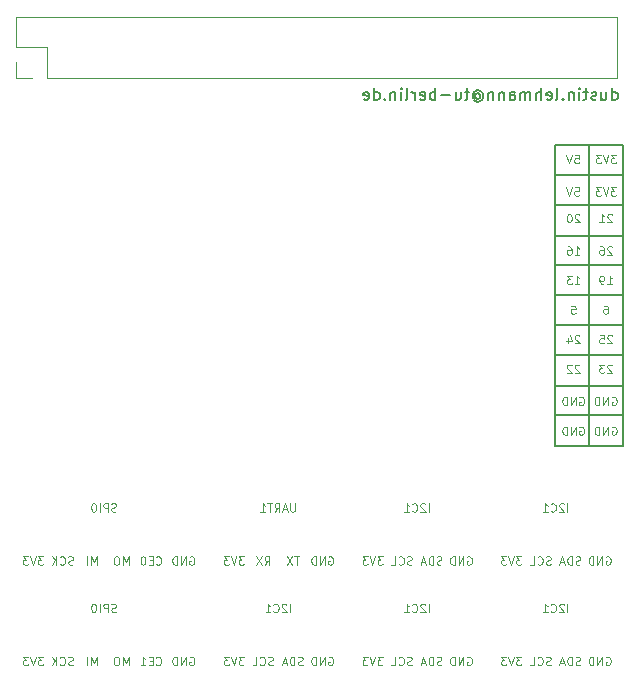
<source format=gbr>
%TF.GenerationSoftware,KiCad,Pcbnew,(6.0.0-rc1-29-g9238b27f63)*%
%TF.CreationDate,2021-12-03T15:56:35+01:00*%
%TF.ProjectId,robolympics_shield,726f626f-6c79-46d7-9069-63735f736869,rev?*%
%TF.SameCoordinates,Original*%
%TF.FileFunction,Legend,Bot*%
%TF.FilePolarity,Positive*%
%FSLAX46Y46*%
G04 Gerber Fmt 4.6, Leading zero omitted, Abs format (unit mm)*
G04 Created by KiCad (PCBNEW (6.0.0-rc1-29-g9238b27f63)) date 2021-12-03 15:56:35*
%MOMM*%
%LPD*%
G01*
G04 APERTURE LIST*
%ADD10C,0.150000*%
%ADD11C,0.100000*%
%ADD12C,0.120000*%
G04 APERTURE END LIST*
D10*
X119500000Y-70000000D02*
X125250000Y-70000000D01*
X119500000Y-77650000D02*
X125200000Y-77650000D01*
X125250000Y-57250000D02*
X119500000Y-57250000D01*
X119500000Y-57250000D02*
X119500000Y-82750000D01*
X119500000Y-82750000D02*
X125250000Y-82750000D01*
X125250000Y-82750000D02*
X125250000Y-57250000D01*
X119500000Y-62350000D02*
X125200000Y-62350000D01*
X119500000Y-72550000D02*
X125200000Y-72550000D01*
X119500000Y-67450000D02*
X125200000Y-67450000D01*
X122375000Y-57250000D02*
X122375000Y-82750000D01*
X119500000Y-64950000D02*
X125200000Y-64950000D01*
X119500000Y-59850000D02*
X125200000Y-59850000D01*
X119500000Y-80150000D02*
X125200000Y-80150000D01*
X119500000Y-75050000D02*
X125200000Y-75050000D01*
D11*
X123616666Y-70866666D02*
X123750000Y-70866666D01*
X123816666Y-70900000D01*
X123850000Y-70933333D01*
X123916666Y-71033333D01*
X123950000Y-71166666D01*
X123950000Y-71433333D01*
X123916666Y-71500000D01*
X123883333Y-71533333D01*
X123816666Y-71566666D01*
X123683333Y-71566666D01*
X123616666Y-71533333D01*
X123583333Y-71500000D01*
X123550000Y-71433333D01*
X123550000Y-71266666D01*
X123583333Y-71200000D01*
X123616666Y-71166666D01*
X123683333Y-71133333D01*
X123816666Y-71133333D01*
X123883333Y-71166666D01*
X123916666Y-71200000D01*
X123950000Y-71266666D01*
X107333333Y-101283333D02*
X107233333Y-101316666D01*
X107066666Y-101316666D01*
X107000000Y-101283333D01*
X106966666Y-101250000D01*
X106933333Y-101183333D01*
X106933333Y-101116666D01*
X106966666Y-101050000D01*
X107000000Y-101016666D01*
X107066666Y-100983333D01*
X107200000Y-100950000D01*
X107266666Y-100916666D01*
X107300000Y-100883333D01*
X107333333Y-100816666D01*
X107333333Y-100750000D01*
X107300000Y-100683333D01*
X107266666Y-100650000D01*
X107200000Y-100616666D01*
X107033333Y-100616666D01*
X106933333Y-100650000D01*
X106233333Y-101250000D02*
X106266666Y-101283333D01*
X106366666Y-101316666D01*
X106433333Y-101316666D01*
X106533333Y-101283333D01*
X106600000Y-101216666D01*
X106633333Y-101150000D01*
X106666666Y-101016666D01*
X106666666Y-100916666D01*
X106633333Y-100783333D01*
X106600000Y-100716666D01*
X106533333Y-100650000D01*
X106433333Y-100616666D01*
X106366666Y-100616666D01*
X106266666Y-100650000D01*
X106233333Y-100683333D01*
X105600000Y-101316666D02*
X105933333Y-101316666D01*
X105933333Y-100616666D01*
X83350000Y-101316666D02*
X83350000Y-100616666D01*
X83116666Y-101116666D01*
X82883333Y-100616666D01*
X82883333Y-101316666D01*
X82416666Y-100616666D02*
X82283333Y-100616666D01*
X82216666Y-100650000D01*
X82150000Y-100716666D01*
X82116666Y-100850000D01*
X82116666Y-101083333D01*
X82150000Y-101216666D01*
X82216666Y-101283333D01*
X82283333Y-101316666D01*
X82416666Y-101316666D01*
X82483333Y-101283333D01*
X82550000Y-101216666D01*
X82583333Y-101083333D01*
X82583333Y-100850000D01*
X82550000Y-100716666D01*
X82483333Y-100650000D01*
X82416666Y-100616666D01*
X94866666Y-92816666D02*
X95100000Y-92483333D01*
X95266666Y-92816666D02*
X95266666Y-92116666D01*
X95000000Y-92116666D01*
X94933333Y-92150000D01*
X94900000Y-92183333D01*
X94866666Y-92250000D01*
X94866666Y-92350000D01*
X94900000Y-92416666D01*
X94933333Y-92450000D01*
X95000000Y-92483333D01*
X95266666Y-92483333D01*
X94633333Y-92116666D02*
X94166666Y-92816666D01*
X94166666Y-92116666D02*
X94633333Y-92816666D01*
X121133333Y-60866666D02*
X121466666Y-60866666D01*
X121500000Y-61200000D01*
X121466666Y-61166666D01*
X121400000Y-61133333D01*
X121233333Y-61133333D01*
X121166666Y-61166666D01*
X121133333Y-61200000D01*
X121100000Y-61266666D01*
X121100000Y-61433333D01*
X121133333Y-61500000D01*
X121166666Y-61533333D01*
X121233333Y-61566666D01*
X121400000Y-61566666D01*
X121466666Y-61533333D01*
X121500000Y-61500000D01*
X120900000Y-60866666D02*
X120666666Y-61566666D01*
X120433333Y-60866666D01*
X124283333Y-78650000D02*
X124350000Y-78616666D01*
X124450000Y-78616666D01*
X124550000Y-78650000D01*
X124616666Y-78716666D01*
X124650000Y-78783333D01*
X124683333Y-78916666D01*
X124683333Y-79016666D01*
X124650000Y-79150000D01*
X124616666Y-79216666D01*
X124550000Y-79283333D01*
X124450000Y-79316666D01*
X124383333Y-79316666D01*
X124283333Y-79283333D01*
X124250000Y-79250000D01*
X124250000Y-79016666D01*
X124383333Y-79016666D01*
X123950000Y-79316666D02*
X123950000Y-78616666D01*
X123550000Y-79316666D01*
X123550000Y-78616666D01*
X123216666Y-79316666D02*
X123216666Y-78616666D01*
X123050000Y-78616666D01*
X122950000Y-78650000D01*
X122883333Y-78716666D01*
X122850000Y-78783333D01*
X122816666Y-78916666D01*
X122816666Y-79016666D01*
X122850000Y-79150000D01*
X122883333Y-79216666D01*
X122950000Y-79283333D01*
X123050000Y-79316666D01*
X123216666Y-79316666D01*
X123783333Y-92150000D02*
X123850000Y-92116666D01*
X123950000Y-92116666D01*
X124050000Y-92150000D01*
X124116666Y-92216666D01*
X124150000Y-92283333D01*
X124183333Y-92416666D01*
X124183333Y-92516666D01*
X124150000Y-92650000D01*
X124116666Y-92716666D01*
X124050000Y-92783333D01*
X123950000Y-92816666D01*
X123883333Y-92816666D01*
X123783333Y-92783333D01*
X123750000Y-92750000D01*
X123750000Y-92516666D01*
X123883333Y-92516666D01*
X123450000Y-92816666D02*
X123450000Y-92116666D01*
X123050000Y-92816666D01*
X123050000Y-92116666D01*
X122716666Y-92816666D02*
X122716666Y-92116666D01*
X122550000Y-92116666D01*
X122450000Y-92150000D01*
X122383333Y-92216666D01*
X122350000Y-92283333D01*
X122316666Y-92416666D01*
X122316666Y-92516666D01*
X122350000Y-92650000D01*
X122383333Y-92716666D01*
X122450000Y-92783333D01*
X122550000Y-92816666D01*
X122716666Y-92816666D01*
X82300000Y-88283333D02*
X82200000Y-88316666D01*
X82033333Y-88316666D01*
X81966666Y-88283333D01*
X81933333Y-88250000D01*
X81900000Y-88183333D01*
X81900000Y-88116666D01*
X81933333Y-88050000D01*
X81966666Y-88016666D01*
X82033333Y-87983333D01*
X82166666Y-87950000D01*
X82233333Y-87916666D01*
X82266666Y-87883333D01*
X82300000Y-87816666D01*
X82300000Y-87750000D01*
X82266666Y-87683333D01*
X82233333Y-87650000D01*
X82166666Y-87616666D01*
X82000000Y-87616666D01*
X81900000Y-87650000D01*
X81600000Y-88316666D02*
X81600000Y-87616666D01*
X81333333Y-87616666D01*
X81266666Y-87650000D01*
X81233333Y-87683333D01*
X81200000Y-87750000D01*
X81200000Y-87850000D01*
X81233333Y-87916666D01*
X81266666Y-87950000D01*
X81333333Y-87983333D01*
X81600000Y-87983333D01*
X80900000Y-88316666D02*
X80900000Y-87616666D01*
X80433333Y-87616666D02*
X80366666Y-87616666D01*
X80300000Y-87650000D01*
X80266666Y-87683333D01*
X80233333Y-87750000D01*
X80200000Y-87883333D01*
X80200000Y-88050000D01*
X80233333Y-88183333D01*
X80266666Y-88250000D01*
X80300000Y-88283333D01*
X80366666Y-88316666D01*
X80433333Y-88316666D01*
X80500000Y-88283333D01*
X80533333Y-88250000D01*
X80566666Y-88183333D01*
X80600000Y-88050000D01*
X80600000Y-87883333D01*
X80566666Y-87750000D01*
X80533333Y-87683333D01*
X80500000Y-87650000D01*
X80433333Y-87616666D01*
X97016666Y-96816666D02*
X97016666Y-96116666D01*
X96716666Y-96183333D02*
X96683333Y-96150000D01*
X96616666Y-96116666D01*
X96450000Y-96116666D01*
X96383333Y-96150000D01*
X96350000Y-96183333D01*
X96316666Y-96250000D01*
X96316666Y-96316666D01*
X96350000Y-96416666D01*
X96750000Y-96816666D01*
X96316666Y-96816666D01*
X95616666Y-96750000D02*
X95650000Y-96783333D01*
X95750000Y-96816666D01*
X95816666Y-96816666D01*
X95916666Y-96783333D01*
X95983333Y-96716666D01*
X96016666Y-96650000D01*
X96050000Y-96516666D01*
X96050000Y-96416666D01*
X96016666Y-96283333D01*
X95983333Y-96216666D01*
X95916666Y-96150000D01*
X95816666Y-96116666D01*
X95750000Y-96116666D01*
X95650000Y-96150000D01*
X95616666Y-96183333D01*
X94950000Y-96816666D02*
X95350000Y-96816666D01*
X95150000Y-96816666D02*
X95150000Y-96116666D01*
X95216666Y-96216666D01*
X95283333Y-96283333D01*
X95350000Y-96316666D01*
X120516666Y-88316666D02*
X120516666Y-87616666D01*
X120216666Y-87683333D02*
X120183333Y-87650000D01*
X120116666Y-87616666D01*
X119950000Y-87616666D01*
X119883333Y-87650000D01*
X119850000Y-87683333D01*
X119816666Y-87750000D01*
X119816666Y-87816666D01*
X119850000Y-87916666D01*
X120250000Y-88316666D01*
X119816666Y-88316666D01*
X119116666Y-88250000D02*
X119150000Y-88283333D01*
X119250000Y-88316666D01*
X119316666Y-88316666D01*
X119416666Y-88283333D01*
X119483333Y-88216666D01*
X119516666Y-88150000D01*
X119550000Y-88016666D01*
X119550000Y-87916666D01*
X119516666Y-87783333D01*
X119483333Y-87716666D01*
X119416666Y-87650000D01*
X119316666Y-87616666D01*
X119250000Y-87616666D01*
X119150000Y-87650000D01*
X119116666Y-87683333D01*
X118450000Y-88316666D02*
X118850000Y-88316666D01*
X118650000Y-88316666D02*
X118650000Y-87616666D01*
X118716666Y-87716666D01*
X118783333Y-87783333D01*
X118850000Y-87816666D01*
X88533333Y-100650000D02*
X88600000Y-100616666D01*
X88700000Y-100616666D01*
X88800000Y-100650000D01*
X88866666Y-100716666D01*
X88900000Y-100783333D01*
X88933333Y-100916666D01*
X88933333Y-101016666D01*
X88900000Y-101150000D01*
X88866666Y-101216666D01*
X88800000Y-101283333D01*
X88700000Y-101316666D01*
X88633333Y-101316666D01*
X88533333Y-101283333D01*
X88500000Y-101250000D01*
X88500000Y-101016666D01*
X88633333Y-101016666D01*
X88200000Y-101316666D02*
X88200000Y-100616666D01*
X87800000Y-101316666D01*
X87800000Y-100616666D01*
X87466666Y-101316666D02*
X87466666Y-100616666D01*
X87300000Y-100616666D01*
X87200000Y-100650000D01*
X87133333Y-100716666D01*
X87100000Y-100783333D01*
X87066666Y-100916666D01*
X87066666Y-101016666D01*
X87100000Y-101150000D01*
X87133333Y-101216666D01*
X87200000Y-101283333D01*
X87300000Y-101316666D01*
X87466666Y-101316666D01*
X108766666Y-88316666D02*
X108766666Y-87616666D01*
X108466666Y-87683333D02*
X108433333Y-87650000D01*
X108366666Y-87616666D01*
X108200000Y-87616666D01*
X108133333Y-87650000D01*
X108100000Y-87683333D01*
X108066666Y-87750000D01*
X108066666Y-87816666D01*
X108100000Y-87916666D01*
X108500000Y-88316666D01*
X108066666Y-88316666D01*
X107366666Y-88250000D02*
X107400000Y-88283333D01*
X107500000Y-88316666D01*
X107566666Y-88316666D01*
X107666666Y-88283333D01*
X107733333Y-88216666D01*
X107766666Y-88150000D01*
X107800000Y-88016666D01*
X107800000Y-87916666D01*
X107766666Y-87783333D01*
X107733333Y-87716666D01*
X107666666Y-87650000D01*
X107566666Y-87616666D01*
X107500000Y-87616666D01*
X107400000Y-87650000D01*
X107366666Y-87683333D01*
X106700000Y-88316666D02*
X107100000Y-88316666D01*
X106900000Y-88316666D02*
X106900000Y-87616666D01*
X106966666Y-87716666D01*
X107033333Y-87783333D01*
X107100000Y-87816666D01*
X93116666Y-92116666D02*
X92683333Y-92116666D01*
X92916666Y-92383333D01*
X92816666Y-92383333D01*
X92750000Y-92416666D01*
X92716666Y-92450000D01*
X92683333Y-92516666D01*
X92683333Y-92683333D01*
X92716666Y-92750000D01*
X92750000Y-92783333D01*
X92816666Y-92816666D01*
X93016666Y-92816666D01*
X93083333Y-92783333D01*
X93116666Y-92750000D01*
X92483333Y-92116666D02*
X92250000Y-92816666D01*
X92016666Y-92116666D01*
X91850000Y-92116666D02*
X91416666Y-92116666D01*
X91650000Y-92383333D01*
X91550000Y-92383333D01*
X91483333Y-92416666D01*
X91450000Y-92450000D01*
X91416666Y-92516666D01*
X91416666Y-92683333D01*
X91450000Y-92750000D01*
X91483333Y-92783333D01*
X91550000Y-92816666D01*
X91750000Y-92816666D01*
X91816666Y-92783333D01*
X91850000Y-92750000D01*
X109850000Y-101283333D02*
X109750000Y-101316666D01*
X109583333Y-101316666D01*
X109516666Y-101283333D01*
X109483333Y-101250000D01*
X109450000Y-101183333D01*
X109450000Y-101116666D01*
X109483333Y-101050000D01*
X109516666Y-101016666D01*
X109583333Y-100983333D01*
X109716666Y-100950000D01*
X109783333Y-100916666D01*
X109816666Y-100883333D01*
X109850000Y-100816666D01*
X109850000Y-100750000D01*
X109816666Y-100683333D01*
X109783333Y-100650000D01*
X109716666Y-100616666D01*
X109550000Y-100616666D01*
X109450000Y-100650000D01*
X109150000Y-101316666D02*
X109150000Y-100616666D01*
X108983333Y-100616666D01*
X108883333Y-100650000D01*
X108816666Y-100716666D01*
X108783333Y-100783333D01*
X108750000Y-100916666D01*
X108750000Y-101016666D01*
X108783333Y-101150000D01*
X108816666Y-101216666D01*
X108883333Y-101283333D01*
X108983333Y-101316666D01*
X109150000Y-101316666D01*
X108483333Y-101116666D02*
X108150000Y-101116666D01*
X108550000Y-101316666D02*
X108316666Y-100616666D01*
X108083333Y-101316666D01*
X121533333Y-73433333D02*
X121500000Y-73400000D01*
X121433333Y-73366666D01*
X121266666Y-73366666D01*
X121200000Y-73400000D01*
X121166666Y-73433333D01*
X121133333Y-73500000D01*
X121133333Y-73566666D01*
X121166666Y-73666666D01*
X121566666Y-74066666D01*
X121133333Y-74066666D01*
X120533333Y-73600000D02*
X120533333Y-74066666D01*
X120700000Y-73333333D02*
X120866666Y-73833333D01*
X120433333Y-73833333D01*
X112033333Y-100650000D02*
X112100000Y-100616666D01*
X112200000Y-100616666D01*
X112300000Y-100650000D01*
X112366666Y-100716666D01*
X112400000Y-100783333D01*
X112433333Y-100916666D01*
X112433333Y-101016666D01*
X112400000Y-101150000D01*
X112366666Y-101216666D01*
X112300000Y-101283333D01*
X112200000Y-101316666D01*
X112133333Y-101316666D01*
X112033333Y-101283333D01*
X112000000Y-101250000D01*
X112000000Y-101016666D01*
X112133333Y-101016666D01*
X111700000Y-101316666D02*
X111700000Y-100616666D01*
X111300000Y-101316666D01*
X111300000Y-100616666D01*
X110966666Y-101316666D02*
X110966666Y-100616666D01*
X110800000Y-100616666D01*
X110700000Y-100650000D01*
X110633333Y-100716666D01*
X110600000Y-100783333D01*
X110566666Y-100916666D01*
X110566666Y-101016666D01*
X110600000Y-101150000D01*
X110633333Y-101216666D01*
X110700000Y-101283333D01*
X110800000Y-101316666D01*
X110966666Y-101316666D01*
X121133333Y-58116666D02*
X121466666Y-58116666D01*
X121500000Y-58450000D01*
X121466666Y-58416666D01*
X121400000Y-58383333D01*
X121233333Y-58383333D01*
X121166666Y-58416666D01*
X121133333Y-58450000D01*
X121100000Y-58516666D01*
X121100000Y-58683333D01*
X121133333Y-58750000D01*
X121166666Y-58783333D01*
X121233333Y-58816666D01*
X121400000Y-58816666D01*
X121466666Y-58783333D01*
X121500000Y-58750000D01*
X120900000Y-58116666D02*
X120666666Y-58816666D01*
X120433333Y-58116666D01*
X85683333Y-101250000D02*
X85716666Y-101283333D01*
X85816666Y-101316666D01*
X85883333Y-101316666D01*
X85983333Y-101283333D01*
X86050000Y-101216666D01*
X86083333Y-101150000D01*
X86116666Y-101016666D01*
X86116666Y-100916666D01*
X86083333Y-100783333D01*
X86050000Y-100716666D01*
X85983333Y-100650000D01*
X85883333Y-100616666D01*
X85816666Y-100616666D01*
X85716666Y-100650000D01*
X85683333Y-100683333D01*
X85383333Y-100950000D02*
X85150000Y-100950000D01*
X85050000Y-101316666D02*
X85383333Y-101316666D01*
X85383333Y-100616666D01*
X85050000Y-100616666D01*
X84383333Y-101316666D02*
X84783333Y-101316666D01*
X84583333Y-101316666D02*
X84583333Y-100616666D01*
X84650000Y-100716666D01*
X84716666Y-100783333D01*
X84783333Y-100816666D01*
X119083333Y-92783333D02*
X118983333Y-92816666D01*
X118816666Y-92816666D01*
X118750000Y-92783333D01*
X118716666Y-92750000D01*
X118683333Y-92683333D01*
X118683333Y-92616666D01*
X118716666Y-92550000D01*
X118750000Y-92516666D01*
X118816666Y-92483333D01*
X118950000Y-92450000D01*
X119016666Y-92416666D01*
X119050000Y-92383333D01*
X119083333Y-92316666D01*
X119083333Y-92250000D01*
X119050000Y-92183333D01*
X119016666Y-92150000D01*
X118950000Y-92116666D01*
X118783333Y-92116666D01*
X118683333Y-92150000D01*
X117983333Y-92750000D02*
X118016666Y-92783333D01*
X118116666Y-92816666D01*
X118183333Y-92816666D01*
X118283333Y-92783333D01*
X118350000Y-92716666D01*
X118383333Y-92650000D01*
X118416666Y-92516666D01*
X118416666Y-92416666D01*
X118383333Y-92283333D01*
X118350000Y-92216666D01*
X118283333Y-92150000D01*
X118183333Y-92116666D01*
X118116666Y-92116666D01*
X118016666Y-92150000D01*
X117983333Y-92183333D01*
X117350000Y-92816666D02*
X117683333Y-92816666D01*
X117683333Y-92116666D01*
X80650000Y-101316666D02*
X80650000Y-100616666D01*
X80416666Y-101116666D01*
X80183333Y-100616666D01*
X80183333Y-101316666D01*
X79850000Y-101316666D02*
X79850000Y-100616666D01*
X83350000Y-92816666D02*
X83350000Y-92116666D01*
X83116666Y-92616666D01*
X82883333Y-92116666D01*
X82883333Y-92816666D01*
X82416666Y-92116666D02*
X82283333Y-92116666D01*
X82216666Y-92150000D01*
X82150000Y-92216666D01*
X82116666Y-92350000D01*
X82116666Y-92583333D01*
X82150000Y-92716666D01*
X82216666Y-92783333D01*
X82283333Y-92816666D01*
X82416666Y-92816666D01*
X82483333Y-92783333D01*
X82550000Y-92716666D01*
X82583333Y-92583333D01*
X82583333Y-92350000D01*
X82550000Y-92216666D01*
X82483333Y-92150000D01*
X82416666Y-92116666D01*
X104866666Y-92116666D02*
X104433333Y-92116666D01*
X104666666Y-92383333D01*
X104566666Y-92383333D01*
X104500000Y-92416666D01*
X104466666Y-92450000D01*
X104433333Y-92516666D01*
X104433333Y-92683333D01*
X104466666Y-92750000D01*
X104500000Y-92783333D01*
X104566666Y-92816666D01*
X104766666Y-92816666D01*
X104833333Y-92783333D01*
X104866666Y-92750000D01*
X104233333Y-92116666D02*
X104000000Y-92816666D01*
X103766666Y-92116666D01*
X103600000Y-92116666D02*
X103166666Y-92116666D01*
X103400000Y-92383333D01*
X103300000Y-92383333D01*
X103233333Y-92416666D01*
X103200000Y-92450000D01*
X103166666Y-92516666D01*
X103166666Y-92683333D01*
X103200000Y-92750000D01*
X103233333Y-92783333D01*
X103300000Y-92816666D01*
X103500000Y-92816666D01*
X103566666Y-92783333D01*
X103600000Y-92750000D01*
X78650000Y-101283333D02*
X78550000Y-101316666D01*
X78383333Y-101316666D01*
X78316666Y-101283333D01*
X78283333Y-101250000D01*
X78250000Y-101183333D01*
X78250000Y-101116666D01*
X78283333Y-101050000D01*
X78316666Y-101016666D01*
X78383333Y-100983333D01*
X78516666Y-100950000D01*
X78583333Y-100916666D01*
X78616666Y-100883333D01*
X78650000Y-100816666D01*
X78650000Y-100750000D01*
X78616666Y-100683333D01*
X78583333Y-100650000D01*
X78516666Y-100616666D01*
X78350000Y-100616666D01*
X78250000Y-100650000D01*
X77550000Y-101250000D02*
X77583333Y-101283333D01*
X77683333Y-101316666D01*
X77750000Y-101316666D01*
X77850000Y-101283333D01*
X77916666Y-101216666D01*
X77950000Y-101150000D01*
X77983333Y-101016666D01*
X77983333Y-100916666D01*
X77950000Y-100783333D01*
X77916666Y-100716666D01*
X77850000Y-100650000D01*
X77750000Y-100616666D01*
X77683333Y-100616666D01*
X77583333Y-100650000D01*
X77550000Y-100683333D01*
X77250000Y-101316666D02*
X77250000Y-100616666D01*
X76850000Y-101316666D02*
X77150000Y-100916666D01*
X76850000Y-100616666D02*
X77250000Y-101016666D01*
X121600000Y-92783333D02*
X121500000Y-92816666D01*
X121333333Y-92816666D01*
X121266666Y-92783333D01*
X121233333Y-92750000D01*
X121200000Y-92683333D01*
X121200000Y-92616666D01*
X121233333Y-92550000D01*
X121266666Y-92516666D01*
X121333333Y-92483333D01*
X121466666Y-92450000D01*
X121533333Y-92416666D01*
X121566666Y-92383333D01*
X121600000Y-92316666D01*
X121600000Y-92250000D01*
X121566666Y-92183333D01*
X121533333Y-92150000D01*
X121466666Y-92116666D01*
X121300000Y-92116666D01*
X121200000Y-92150000D01*
X120900000Y-92816666D02*
X120900000Y-92116666D01*
X120733333Y-92116666D01*
X120633333Y-92150000D01*
X120566666Y-92216666D01*
X120533333Y-92283333D01*
X120500000Y-92416666D01*
X120500000Y-92516666D01*
X120533333Y-92650000D01*
X120566666Y-92716666D01*
X120633333Y-92783333D01*
X120733333Y-92816666D01*
X120900000Y-92816666D01*
X120233333Y-92616666D02*
X119900000Y-92616666D01*
X120300000Y-92816666D02*
X120066666Y-92116666D01*
X119833333Y-92816666D01*
X120516666Y-96816666D02*
X120516666Y-96116666D01*
X120216666Y-96183333D02*
X120183333Y-96150000D01*
X120116666Y-96116666D01*
X119950000Y-96116666D01*
X119883333Y-96150000D01*
X119850000Y-96183333D01*
X119816666Y-96250000D01*
X119816666Y-96316666D01*
X119850000Y-96416666D01*
X120250000Y-96816666D01*
X119816666Y-96816666D01*
X119116666Y-96750000D02*
X119150000Y-96783333D01*
X119250000Y-96816666D01*
X119316666Y-96816666D01*
X119416666Y-96783333D01*
X119483333Y-96716666D01*
X119516666Y-96650000D01*
X119550000Y-96516666D01*
X119550000Y-96416666D01*
X119516666Y-96283333D01*
X119483333Y-96216666D01*
X119416666Y-96150000D01*
X119316666Y-96116666D01*
X119250000Y-96116666D01*
X119150000Y-96150000D01*
X119116666Y-96183333D01*
X118450000Y-96816666D02*
X118850000Y-96816666D01*
X118650000Y-96816666D02*
X118650000Y-96116666D01*
X118716666Y-96216666D01*
X118783333Y-96283333D01*
X118850000Y-96316666D01*
X123883333Y-69066666D02*
X124283333Y-69066666D01*
X124083333Y-69066666D02*
X124083333Y-68366666D01*
X124150000Y-68466666D01*
X124216666Y-68533333D01*
X124283333Y-68566666D01*
X123550000Y-69066666D02*
X123416666Y-69066666D01*
X123350000Y-69033333D01*
X123316666Y-69000000D01*
X123250000Y-68900000D01*
X123216666Y-68766666D01*
X123216666Y-68500000D01*
X123250000Y-68433333D01*
X123283333Y-68400000D01*
X123350000Y-68366666D01*
X123483333Y-68366666D01*
X123550000Y-68400000D01*
X123583333Y-68433333D01*
X123616666Y-68500000D01*
X123616666Y-68666666D01*
X123583333Y-68733333D01*
X123550000Y-68766666D01*
X123483333Y-68800000D01*
X123350000Y-68800000D01*
X123283333Y-68766666D01*
X123250000Y-68733333D01*
X123216666Y-68666666D01*
X98100000Y-101283333D02*
X98000000Y-101316666D01*
X97833333Y-101316666D01*
X97766666Y-101283333D01*
X97733333Y-101250000D01*
X97700000Y-101183333D01*
X97700000Y-101116666D01*
X97733333Y-101050000D01*
X97766666Y-101016666D01*
X97833333Y-100983333D01*
X97966666Y-100950000D01*
X98033333Y-100916666D01*
X98066666Y-100883333D01*
X98100000Y-100816666D01*
X98100000Y-100750000D01*
X98066666Y-100683333D01*
X98033333Y-100650000D01*
X97966666Y-100616666D01*
X97800000Y-100616666D01*
X97700000Y-100650000D01*
X97400000Y-101316666D02*
X97400000Y-100616666D01*
X97233333Y-100616666D01*
X97133333Y-100650000D01*
X97066666Y-100716666D01*
X97033333Y-100783333D01*
X97000000Y-100916666D01*
X97000000Y-101016666D01*
X97033333Y-101150000D01*
X97066666Y-101216666D01*
X97133333Y-101283333D01*
X97233333Y-101316666D01*
X97400000Y-101316666D01*
X96733333Y-101116666D02*
X96400000Y-101116666D01*
X96800000Y-101316666D02*
X96566666Y-100616666D01*
X96333333Y-101316666D01*
X123783333Y-100650000D02*
X123850000Y-100616666D01*
X123950000Y-100616666D01*
X124050000Y-100650000D01*
X124116666Y-100716666D01*
X124150000Y-100783333D01*
X124183333Y-100916666D01*
X124183333Y-101016666D01*
X124150000Y-101150000D01*
X124116666Y-101216666D01*
X124050000Y-101283333D01*
X123950000Y-101316666D01*
X123883333Y-101316666D01*
X123783333Y-101283333D01*
X123750000Y-101250000D01*
X123750000Y-101016666D01*
X123883333Y-101016666D01*
X123450000Y-101316666D02*
X123450000Y-100616666D01*
X123050000Y-101316666D01*
X123050000Y-100616666D01*
X122716666Y-101316666D02*
X122716666Y-100616666D01*
X122550000Y-100616666D01*
X122450000Y-100650000D01*
X122383333Y-100716666D01*
X122350000Y-100783333D01*
X122316666Y-100916666D01*
X122316666Y-101016666D01*
X122350000Y-101150000D01*
X122383333Y-101216666D01*
X122450000Y-101283333D01*
X122550000Y-101316666D01*
X122716666Y-101316666D01*
X76116666Y-100616666D02*
X75683333Y-100616666D01*
X75916666Y-100883333D01*
X75816666Y-100883333D01*
X75750000Y-100916666D01*
X75716666Y-100950000D01*
X75683333Y-101016666D01*
X75683333Y-101183333D01*
X75716666Y-101250000D01*
X75750000Y-101283333D01*
X75816666Y-101316666D01*
X76016666Y-101316666D01*
X76083333Y-101283333D01*
X76116666Y-101250000D01*
X75483333Y-100616666D02*
X75250000Y-101316666D01*
X75016666Y-100616666D01*
X74850000Y-100616666D02*
X74416666Y-100616666D01*
X74650000Y-100883333D01*
X74550000Y-100883333D01*
X74483333Y-100916666D01*
X74450000Y-100950000D01*
X74416666Y-101016666D01*
X74416666Y-101183333D01*
X74450000Y-101250000D01*
X74483333Y-101283333D01*
X74550000Y-101316666D01*
X74750000Y-101316666D01*
X74816666Y-101283333D01*
X74850000Y-101250000D01*
X121133333Y-66566666D02*
X121533333Y-66566666D01*
X121333333Y-66566666D02*
X121333333Y-65866666D01*
X121400000Y-65966666D01*
X121466666Y-66033333D01*
X121533333Y-66066666D01*
X120533333Y-65866666D02*
X120666666Y-65866666D01*
X120733333Y-65900000D01*
X120766666Y-65933333D01*
X120833333Y-66033333D01*
X120866666Y-66166666D01*
X120866666Y-66433333D01*
X120833333Y-66500000D01*
X120800000Y-66533333D01*
X120733333Y-66566666D01*
X120600000Y-66566666D01*
X120533333Y-66533333D01*
X120500000Y-66500000D01*
X120466666Y-66433333D01*
X120466666Y-66266666D01*
X120500000Y-66200000D01*
X120533333Y-66166666D01*
X120600000Y-66133333D01*
X120733333Y-66133333D01*
X120800000Y-66166666D01*
X120833333Y-66200000D01*
X120866666Y-66266666D01*
X76116666Y-92116666D02*
X75683333Y-92116666D01*
X75916666Y-92383333D01*
X75816666Y-92383333D01*
X75750000Y-92416666D01*
X75716666Y-92450000D01*
X75683333Y-92516666D01*
X75683333Y-92683333D01*
X75716666Y-92750000D01*
X75750000Y-92783333D01*
X75816666Y-92816666D01*
X76016666Y-92816666D01*
X76083333Y-92783333D01*
X76116666Y-92750000D01*
X75483333Y-92116666D02*
X75250000Y-92816666D01*
X75016666Y-92116666D01*
X74850000Y-92116666D02*
X74416666Y-92116666D01*
X74650000Y-92383333D01*
X74550000Y-92383333D01*
X74483333Y-92416666D01*
X74450000Y-92450000D01*
X74416666Y-92516666D01*
X74416666Y-92683333D01*
X74450000Y-92750000D01*
X74483333Y-92783333D01*
X74550000Y-92816666D01*
X74750000Y-92816666D01*
X74816666Y-92783333D01*
X74850000Y-92750000D01*
X88533333Y-92150000D02*
X88600000Y-92116666D01*
X88700000Y-92116666D01*
X88800000Y-92150000D01*
X88866666Y-92216666D01*
X88900000Y-92283333D01*
X88933333Y-92416666D01*
X88933333Y-92516666D01*
X88900000Y-92650000D01*
X88866666Y-92716666D01*
X88800000Y-92783333D01*
X88700000Y-92816666D01*
X88633333Y-92816666D01*
X88533333Y-92783333D01*
X88500000Y-92750000D01*
X88500000Y-92516666D01*
X88633333Y-92516666D01*
X88200000Y-92816666D02*
X88200000Y-92116666D01*
X87800000Y-92816666D01*
X87800000Y-92116666D01*
X87466666Y-92816666D02*
X87466666Y-92116666D01*
X87300000Y-92116666D01*
X87200000Y-92150000D01*
X87133333Y-92216666D01*
X87100000Y-92283333D01*
X87066666Y-92416666D01*
X87066666Y-92516666D01*
X87100000Y-92650000D01*
X87133333Y-92716666D01*
X87200000Y-92783333D01*
X87300000Y-92816666D01*
X87466666Y-92816666D01*
X97450000Y-87616666D02*
X97450000Y-88183333D01*
X97416666Y-88250000D01*
X97383333Y-88283333D01*
X97316666Y-88316666D01*
X97183333Y-88316666D01*
X97116666Y-88283333D01*
X97083333Y-88250000D01*
X97050000Y-88183333D01*
X97050000Y-87616666D01*
X96750000Y-88116666D02*
X96416666Y-88116666D01*
X96816666Y-88316666D02*
X96583333Y-87616666D01*
X96350000Y-88316666D01*
X95716666Y-88316666D02*
X95950000Y-87983333D01*
X96116666Y-88316666D02*
X96116666Y-87616666D01*
X95850000Y-87616666D01*
X95783333Y-87650000D01*
X95750000Y-87683333D01*
X95716666Y-87750000D01*
X95716666Y-87850000D01*
X95750000Y-87916666D01*
X95783333Y-87950000D01*
X95850000Y-87983333D01*
X96116666Y-87983333D01*
X95516666Y-87616666D02*
X95116666Y-87616666D01*
X95316666Y-88316666D02*
X95316666Y-87616666D01*
X94516666Y-88316666D02*
X94916666Y-88316666D01*
X94716666Y-88316666D02*
X94716666Y-87616666D01*
X94783333Y-87716666D01*
X94850000Y-87783333D01*
X94916666Y-87816666D01*
X100283333Y-92150000D02*
X100350000Y-92116666D01*
X100450000Y-92116666D01*
X100550000Y-92150000D01*
X100616666Y-92216666D01*
X100650000Y-92283333D01*
X100683333Y-92416666D01*
X100683333Y-92516666D01*
X100650000Y-92650000D01*
X100616666Y-92716666D01*
X100550000Y-92783333D01*
X100450000Y-92816666D01*
X100383333Y-92816666D01*
X100283333Y-92783333D01*
X100250000Y-92750000D01*
X100250000Y-92516666D01*
X100383333Y-92516666D01*
X99950000Y-92816666D02*
X99950000Y-92116666D01*
X99550000Y-92816666D01*
X99550000Y-92116666D01*
X99216666Y-92816666D02*
X99216666Y-92116666D01*
X99050000Y-92116666D01*
X98950000Y-92150000D01*
X98883333Y-92216666D01*
X98850000Y-92283333D01*
X98816666Y-92416666D01*
X98816666Y-92516666D01*
X98850000Y-92650000D01*
X98883333Y-92716666D01*
X98950000Y-92783333D01*
X99050000Y-92816666D01*
X99216666Y-92816666D01*
X121600000Y-101283333D02*
X121500000Y-101316666D01*
X121333333Y-101316666D01*
X121266666Y-101283333D01*
X121233333Y-101250000D01*
X121200000Y-101183333D01*
X121200000Y-101116666D01*
X121233333Y-101050000D01*
X121266666Y-101016666D01*
X121333333Y-100983333D01*
X121466666Y-100950000D01*
X121533333Y-100916666D01*
X121566666Y-100883333D01*
X121600000Y-100816666D01*
X121600000Y-100750000D01*
X121566666Y-100683333D01*
X121533333Y-100650000D01*
X121466666Y-100616666D01*
X121300000Y-100616666D01*
X121200000Y-100650000D01*
X120900000Y-101316666D02*
X120900000Y-100616666D01*
X120733333Y-100616666D01*
X120633333Y-100650000D01*
X120566666Y-100716666D01*
X120533333Y-100783333D01*
X120500000Y-100916666D01*
X120500000Y-101016666D01*
X120533333Y-101150000D01*
X120566666Y-101216666D01*
X120633333Y-101283333D01*
X120733333Y-101316666D01*
X120900000Y-101316666D01*
X120233333Y-101116666D02*
X119900000Y-101116666D01*
X120300000Y-101316666D02*
X120066666Y-100616666D01*
X119833333Y-101316666D01*
X120833333Y-70866666D02*
X121166666Y-70866666D01*
X121200000Y-71200000D01*
X121166666Y-71166666D01*
X121100000Y-71133333D01*
X120933333Y-71133333D01*
X120866666Y-71166666D01*
X120833333Y-71200000D01*
X120800000Y-71266666D01*
X120800000Y-71433333D01*
X120833333Y-71500000D01*
X120866666Y-71533333D01*
X120933333Y-71566666D01*
X121100000Y-71566666D01*
X121166666Y-71533333D01*
X121200000Y-71500000D01*
X100283333Y-100650000D02*
X100350000Y-100616666D01*
X100450000Y-100616666D01*
X100550000Y-100650000D01*
X100616666Y-100716666D01*
X100650000Y-100783333D01*
X100683333Y-100916666D01*
X100683333Y-101016666D01*
X100650000Y-101150000D01*
X100616666Y-101216666D01*
X100550000Y-101283333D01*
X100450000Y-101316666D01*
X100383333Y-101316666D01*
X100283333Y-101283333D01*
X100250000Y-101250000D01*
X100250000Y-101016666D01*
X100383333Y-101016666D01*
X99950000Y-101316666D02*
X99950000Y-100616666D01*
X99550000Y-101316666D01*
X99550000Y-100616666D01*
X99216666Y-101316666D02*
X99216666Y-100616666D01*
X99050000Y-100616666D01*
X98950000Y-100650000D01*
X98883333Y-100716666D01*
X98850000Y-100783333D01*
X98816666Y-100916666D01*
X98816666Y-101016666D01*
X98850000Y-101150000D01*
X98883333Y-101216666D01*
X98950000Y-101283333D01*
X99050000Y-101316666D01*
X99216666Y-101316666D01*
X78650000Y-92783333D02*
X78550000Y-92816666D01*
X78383333Y-92816666D01*
X78316666Y-92783333D01*
X78283333Y-92750000D01*
X78250000Y-92683333D01*
X78250000Y-92616666D01*
X78283333Y-92550000D01*
X78316666Y-92516666D01*
X78383333Y-92483333D01*
X78516666Y-92450000D01*
X78583333Y-92416666D01*
X78616666Y-92383333D01*
X78650000Y-92316666D01*
X78650000Y-92250000D01*
X78616666Y-92183333D01*
X78583333Y-92150000D01*
X78516666Y-92116666D01*
X78350000Y-92116666D01*
X78250000Y-92150000D01*
X77550000Y-92750000D02*
X77583333Y-92783333D01*
X77683333Y-92816666D01*
X77750000Y-92816666D01*
X77850000Y-92783333D01*
X77916666Y-92716666D01*
X77950000Y-92650000D01*
X77983333Y-92516666D01*
X77983333Y-92416666D01*
X77950000Y-92283333D01*
X77916666Y-92216666D01*
X77850000Y-92150000D01*
X77750000Y-92116666D01*
X77683333Y-92116666D01*
X77583333Y-92150000D01*
X77550000Y-92183333D01*
X77250000Y-92816666D02*
X77250000Y-92116666D01*
X76850000Y-92816666D02*
X77150000Y-92416666D01*
X76850000Y-92116666D02*
X77250000Y-92516666D01*
X124283333Y-75933333D02*
X124250000Y-75900000D01*
X124183333Y-75866666D01*
X124016666Y-75866666D01*
X123950000Y-75900000D01*
X123916666Y-75933333D01*
X123883333Y-76000000D01*
X123883333Y-76066666D01*
X123916666Y-76166666D01*
X124316666Y-76566666D01*
X123883333Y-76566666D01*
X123650000Y-75866666D02*
X123216666Y-75866666D01*
X123450000Y-76133333D01*
X123350000Y-76133333D01*
X123283333Y-76166666D01*
X123250000Y-76200000D01*
X123216666Y-76266666D01*
X123216666Y-76433333D01*
X123250000Y-76500000D01*
X123283333Y-76533333D01*
X123350000Y-76566666D01*
X123550000Y-76566666D01*
X123616666Y-76533333D01*
X123650000Y-76500000D01*
X121533333Y-81150000D02*
X121600000Y-81116666D01*
X121700000Y-81116666D01*
X121800000Y-81150000D01*
X121866666Y-81216666D01*
X121900000Y-81283333D01*
X121933333Y-81416666D01*
X121933333Y-81516666D01*
X121900000Y-81650000D01*
X121866666Y-81716666D01*
X121800000Y-81783333D01*
X121700000Y-81816666D01*
X121633333Y-81816666D01*
X121533333Y-81783333D01*
X121500000Y-81750000D01*
X121500000Y-81516666D01*
X121633333Y-81516666D01*
X121200000Y-81816666D02*
X121200000Y-81116666D01*
X120800000Y-81816666D01*
X120800000Y-81116666D01*
X120466666Y-81816666D02*
X120466666Y-81116666D01*
X120300000Y-81116666D01*
X120200000Y-81150000D01*
X120133333Y-81216666D01*
X120100000Y-81283333D01*
X120066666Y-81416666D01*
X120066666Y-81516666D01*
X120100000Y-81650000D01*
X120133333Y-81716666D01*
X120200000Y-81783333D01*
X120300000Y-81816666D01*
X120466666Y-81816666D01*
X95583333Y-101283333D02*
X95483333Y-101316666D01*
X95316666Y-101316666D01*
X95250000Y-101283333D01*
X95216666Y-101250000D01*
X95183333Y-101183333D01*
X95183333Y-101116666D01*
X95216666Y-101050000D01*
X95250000Y-101016666D01*
X95316666Y-100983333D01*
X95450000Y-100950000D01*
X95516666Y-100916666D01*
X95550000Y-100883333D01*
X95583333Y-100816666D01*
X95583333Y-100750000D01*
X95550000Y-100683333D01*
X95516666Y-100650000D01*
X95450000Y-100616666D01*
X95283333Y-100616666D01*
X95183333Y-100650000D01*
X94483333Y-101250000D02*
X94516666Y-101283333D01*
X94616666Y-101316666D01*
X94683333Y-101316666D01*
X94783333Y-101283333D01*
X94850000Y-101216666D01*
X94883333Y-101150000D01*
X94916666Y-101016666D01*
X94916666Y-100916666D01*
X94883333Y-100783333D01*
X94850000Y-100716666D01*
X94783333Y-100650000D01*
X94683333Y-100616666D01*
X94616666Y-100616666D01*
X94516666Y-100650000D01*
X94483333Y-100683333D01*
X93850000Y-101316666D02*
X94183333Y-101316666D01*
X94183333Y-100616666D01*
X82300000Y-96783333D02*
X82200000Y-96816666D01*
X82033333Y-96816666D01*
X81966666Y-96783333D01*
X81933333Y-96750000D01*
X81900000Y-96683333D01*
X81900000Y-96616666D01*
X81933333Y-96550000D01*
X81966666Y-96516666D01*
X82033333Y-96483333D01*
X82166666Y-96450000D01*
X82233333Y-96416666D01*
X82266666Y-96383333D01*
X82300000Y-96316666D01*
X82300000Y-96250000D01*
X82266666Y-96183333D01*
X82233333Y-96150000D01*
X82166666Y-96116666D01*
X82000000Y-96116666D01*
X81900000Y-96150000D01*
X81600000Y-96816666D02*
X81600000Y-96116666D01*
X81333333Y-96116666D01*
X81266666Y-96150000D01*
X81233333Y-96183333D01*
X81200000Y-96250000D01*
X81200000Y-96350000D01*
X81233333Y-96416666D01*
X81266666Y-96450000D01*
X81333333Y-96483333D01*
X81600000Y-96483333D01*
X80900000Y-96816666D02*
X80900000Y-96116666D01*
X80433333Y-96116666D02*
X80366666Y-96116666D01*
X80300000Y-96150000D01*
X80266666Y-96183333D01*
X80233333Y-96250000D01*
X80200000Y-96383333D01*
X80200000Y-96550000D01*
X80233333Y-96683333D01*
X80266666Y-96750000D01*
X80300000Y-96783333D01*
X80366666Y-96816666D01*
X80433333Y-96816666D01*
X80500000Y-96783333D01*
X80533333Y-96750000D01*
X80566666Y-96683333D01*
X80600000Y-96550000D01*
X80600000Y-96383333D01*
X80566666Y-96250000D01*
X80533333Y-96183333D01*
X80500000Y-96150000D01*
X80433333Y-96116666D01*
X124283333Y-73433333D02*
X124250000Y-73400000D01*
X124183333Y-73366666D01*
X124016666Y-73366666D01*
X123950000Y-73400000D01*
X123916666Y-73433333D01*
X123883333Y-73500000D01*
X123883333Y-73566666D01*
X123916666Y-73666666D01*
X124316666Y-74066666D01*
X123883333Y-74066666D01*
X123250000Y-73366666D02*
X123583333Y-73366666D01*
X123616666Y-73700000D01*
X123583333Y-73666666D01*
X123516666Y-73633333D01*
X123350000Y-73633333D01*
X123283333Y-73666666D01*
X123250000Y-73700000D01*
X123216666Y-73766666D01*
X123216666Y-73933333D01*
X123250000Y-74000000D01*
X123283333Y-74033333D01*
X123350000Y-74066666D01*
X123516666Y-74066666D01*
X123583333Y-74033333D01*
X123616666Y-74000000D01*
X116616666Y-100616666D02*
X116183333Y-100616666D01*
X116416666Y-100883333D01*
X116316666Y-100883333D01*
X116250000Y-100916666D01*
X116216666Y-100950000D01*
X116183333Y-101016666D01*
X116183333Y-101183333D01*
X116216666Y-101250000D01*
X116250000Y-101283333D01*
X116316666Y-101316666D01*
X116516666Y-101316666D01*
X116583333Y-101283333D01*
X116616666Y-101250000D01*
X115983333Y-100616666D02*
X115750000Y-101316666D01*
X115516666Y-100616666D01*
X115350000Y-100616666D02*
X114916666Y-100616666D01*
X115150000Y-100883333D01*
X115050000Y-100883333D01*
X114983333Y-100916666D01*
X114950000Y-100950000D01*
X114916666Y-101016666D01*
X114916666Y-101183333D01*
X114950000Y-101250000D01*
X114983333Y-101283333D01*
X115050000Y-101316666D01*
X115250000Y-101316666D01*
X115316666Y-101283333D01*
X115350000Y-101250000D01*
X112033333Y-92150000D02*
X112100000Y-92116666D01*
X112200000Y-92116666D01*
X112300000Y-92150000D01*
X112366666Y-92216666D01*
X112400000Y-92283333D01*
X112433333Y-92416666D01*
X112433333Y-92516666D01*
X112400000Y-92650000D01*
X112366666Y-92716666D01*
X112300000Y-92783333D01*
X112200000Y-92816666D01*
X112133333Y-92816666D01*
X112033333Y-92783333D01*
X112000000Y-92750000D01*
X112000000Y-92516666D01*
X112133333Y-92516666D01*
X111700000Y-92816666D02*
X111700000Y-92116666D01*
X111300000Y-92816666D01*
X111300000Y-92116666D01*
X110966666Y-92816666D02*
X110966666Y-92116666D01*
X110800000Y-92116666D01*
X110700000Y-92150000D01*
X110633333Y-92216666D01*
X110600000Y-92283333D01*
X110566666Y-92416666D01*
X110566666Y-92516666D01*
X110600000Y-92650000D01*
X110633333Y-92716666D01*
X110700000Y-92783333D01*
X110800000Y-92816666D01*
X110966666Y-92816666D01*
X124283333Y-81150000D02*
X124350000Y-81116666D01*
X124450000Y-81116666D01*
X124550000Y-81150000D01*
X124616666Y-81216666D01*
X124650000Y-81283333D01*
X124683333Y-81416666D01*
X124683333Y-81516666D01*
X124650000Y-81650000D01*
X124616666Y-81716666D01*
X124550000Y-81783333D01*
X124450000Y-81816666D01*
X124383333Y-81816666D01*
X124283333Y-81783333D01*
X124250000Y-81750000D01*
X124250000Y-81516666D01*
X124383333Y-81516666D01*
X123950000Y-81816666D02*
X123950000Y-81116666D01*
X123550000Y-81816666D01*
X123550000Y-81116666D01*
X123216666Y-81816666D02*
X123216666Y-81116666D01*
X123050000Y-81116666D01*
X122950000Y-81150000D01*
X122883333Y-81216666D01*
X122850000Y-81283333D01*
X122816666Y-81416666D01*
X122816666Y-81516666D01*
X122850000Y-81650000D01*
X122883333Y-81716666D01*
X122950000Y-81783333D01*
X123050000Y-81816666D01*
X123216666Y-81816666D01*
X104866666Y-100616666D02*
X104433333Y-100616666D01*
X104666666Y-100883333D01*
X104566666Y-100883333D01*
X104500000Y-100916666D01*
X104466666Y-100950000D01*
X104433333Y-101016666D01*
X104433333Y-101183333D01*
X104466666Y-101250000D01*
X104500000Y-101283333D01*
X104566666Y-101316666D01*
X104766666Y-101316666D01*
X104833333Y-101283333D01*
X104866666Y-101250000D01*
X104233333Y-100616666D02*
X104000000Y-101316666D01*
X103766666Y-100616666D01*
X103600000Y-100616666D02*
X103166666Y-100616666D01*
X103400000Y-100883333D01*
X103300000Y-100883333D01*
X103233333Y-100916666D01*
X103200000Y-100950000D01*
X103166666Y-101016666D01*
X103166666Y-101183333D01*
X103200000Y-101250000D01*
X103233333Y-101283333D01*
X103300000Y-101316666D01*
X103500000Y-101316666D01*
X103566666Y-101283333D01*
X103600000Y-101250000D01*
X124616666Y-60866666D02*
X124183333Y-60866666D01*
X124416666Y-61133333D01*
X124316666Y-61133333D01*
X124250000Y-61166666D01*
X124216666Y-61200000D01*
X124183333Y-61266666D01*
X124183333Y-61433333D01*
X124216666Y-61500000D01*
X124250000Y-61533333D01*
X124316666Y-61566666D01*
X124516666Y-61566666D01*
X124583333Y-61533333D01*
X124616666Y-61500000D01*
X123983333Y-60866666D02*
X123750000Y-61566666D01*
X123516666Y-60866666D01*
X123350000Y-60866666D02*
X122916666Y-60866666D01*
X123150000Y-61133333D01*
X123050000Y-61133333D01*
X122983333Y-61166666D01*
X122950000Y-61200000D01*
X122916666Y-61266666D01*
X122916666Y-61433333D01*
X122950000Y-61500000D01*
X122983333Y-61533333D01*
X123050000Y-61566666D01*
X123250000Y-61566666D01*
X123316666Y-61533333D01*
X123350000Y-61500000D01*
X124616666Y-58116666D02*
X124183333Y-58116666D01*
X124416666Y-58383333D01*
X124316666Y-58383333D01*
X124250000Y-58416666D01*
X124216666Y-58450000D01*
X124183333Y-58516666D01*
X124183333Y-58683333D01*
X124216666Y-58750000D01*
X124250000Y-58783333D01*
X124316666Y-58816666D01*
X124516666Y-58816666D01*
X124583333Y-58783333D01*
X124616666Y-58750000D01*
X123983333Y-58116666D02*
X123750000Y-58816666D01*
X123516666Y-58116666D01*
X123350000Y-58116666D02*
X122916666Y-58116666D01*
X123150000Y-58383333D01*
X123050000Y-58383333D01*
X122983333Y-58416666D01*
X122950000Y-58450000D01*
X122916666Y-58516666D01*
X122916666Y-58683333D01*
X122950000Y-58750000D01*
X122983333Y-58783333D01*
X123050000Y-58816666D01*
X123250000Y-58816666D01*
X123316666Y-58783333D01*
X123350000Y-58750000D01*
X121533333Y-78650000D02*
X121600000Y-78616666D01*
X121700000Y-78616666D01*
X121800000Y-78650000D01*
X121866666Y-78716666D01*
X121900000Y-78783333D01*
X121933333Y-78916666D01*
X121933333Y-79016666D01*
X121900000Y-79150000D01*
X121866666Y-79216666D01*
X121800000Y-79283333D01*
X121700000Y-79316666D01*
X121633333Y-79316666D01*
X121533333Y-79283333D01*
X121500000Y-79250000D01*
X121500000Y-79016666D01*
X121633333Y-79016666D01*
X121200000Y-79316666D02*
X121200000Y-78616666D01*
X120800000Y-79316666D01*
X120800000Y-78616666D01*
X120466666Y-79316666D02*
X120466666Y-78616666D01*
X120300000Y-78616666D01*
X120200000Y-78650000D01*
X120133333Y-78716666D01*
X120100000Y-78783333D01*
X120066666Y-78916666D01*
X120066666Y-79016666D01*
X120100000Y-79150000D01*
X120133333Y-79216666D01*
X120200000Y-79283333D01*
X120300000Y-79316666D01*
X120466666Y-79316666D01*
X108766666Y-96816666D02*
X108766666Y-96116666D01*
X108466666Y-96183333D02*
X108433333Y-96150000D01*
X108366666Y-96116666D01*
X108200000Y-96116666D01*
X108133333Y-96150000D01*
X108100000Y-96183333D01*
X108066666Y-96250000D01*
X108066666Y-96316666D01*
X108100000Y-96416666D01*
X108500000Y-96816666D01*
X108066666Y-96816666D01*
X107366666Y-96750000D02*
X107400000Y-96783333D01*
X107500000Y-96816666D01*
X107566666Y-96816666D01*
X107666666Y-96783333D01*
X107733333Y-96716666D01*
X107766666Y-96650000D01*
X107800000Y-96516666D01*
X107800000Y-96416666D01*
X107766666Y-96283333D01*
X107733333Y-96216666D01*
X107666666Y-96150000D01*
X107566666Y-96116666D01*
X107500000Y-96116666D01*
X107400000Y-96150000D01*
X107366666Y-96183333D01*
X106700000Y-96816666D02*
X107100000Y-96816666D01*
X106900000Y-96816666D02*
X106900000Y-96116666D01*
X106966666Y-96216666D01*
X107033333Y-96283333D01*
X107100000Y-96316666D01*
X93116666Y-100616666D02*
X92683333Y-100616666D01*
X92916666Y-100883333D01*
X92816666Y-100883333D01*
X92750000Y-100916666D01*
X92716666Y-100950000D01*
X92683333Y-101016666D01*
X92683333Y-101183333D01*
X92716666Y-101250000D01*
X92750000Y-101283333D01*
X92816666Y-101316666D01*
X93016666Y-101316666D01*
X93083333Y-101283333D01*
X93116666Y-101250000D01*
X92483333Y-100616666D02*
X92250000Y-101316666D01*
X92016666Y-100616666D01*
X91850000Y-100616666D02*
X91416666Y-100616666D01*
X91650000Y-100883333D01*
X91550000Y-100883333D01*
X91483333Y-100916666D01*
X91450000Y-100950000D01*
X91416666Y-101016666D01*
X91416666Y-101183333D01*
X91450000Y-101250000D01*
X91483333Y-101283333D01*
X91550000Y-101316666D01*
X91750000Y-101316666D01*
X91816666Y-101283333D01*
X91850000Y-101250000D01*
X80650000Y-92816666D02*
X80650000Y-92116666D01*
X80416666Y-92616666D01*
X80183333Y-92116666D01*
X80183333Y-92816666D01*
X79850000Y-92816666D02*
X79850000Y-92116666D01*
X119083333Y-101283333D02*
X118983333Y-101316666D01*
X118816666Y-101316666D01*
X118750000Y-101283333D01*
X118716666Y-101250000D01*
X118683333Y-101183333D01*
X118683333Y-101116666D01*
X118716666Y-101050000D01*
X118750000Y-101016666D01*
X118816666Y-100983333D01*
X118950000Y-100950000D01*
X119016666Y-100916666D01*
X119050000Y-100883333D01*
X119083333Y-100816666D01*
X119083333Y-100750000D01*
X119050000Y-100683333D01*
X119016666Y-100650000D01*
X118950000Y-100616666D01*
X118783333Y-100616666D01*
X118683333Y-100650000D01*
X117983333Y-101250000D02*
X118016666Y-101283333D01*
X118116666Y-101316666D01*
X118183333Y-101316666D01*
X118283333Y-101283333D01*
X118350000Y-101216666D01*
X118383333Y-101150000D01*
X118416666Y-101016666D01*
X118416666Y-100916666D01*
X118383333Y-100783333D01*
X118350000Y-100716666D01*
X118283333Y-100650000D01*
X118183333Y-100616666D01*
X118116666Y-100616666D01*
X118016666Y-100650000D01*
X117983333Y-100683333D01*
X117350000Y-101316666D02*
X117683333Y-101316666D01*
X117683333Y-100616666D01*
X121133333Y-69066666D02*
X121533333Y-69066666D01*
X121333333Y-69066666D02*
X121333333Y-68366666D01*
X121400000Y-68466666D01*
X121466666Y-68533333D01*
X121533333Y-68566666D01*
X120900000Y-68366666D02*
X120466666Y-68366666D01*
X120700000Y-68633333D01*
X120600000Y-68633333D01*
X120533333Y-68666666D01*
X120500000Y-68700000D01*
X120466666Y-68766666D01*
X120466666Y-68933333D01*
X120500000Y-69000000D01*
X120533333Y-69033333D01*
X120600000Y-69066666D01*
X120800000Y-69066666D01*
X120866666Y-69033333D01*
X120900000Y-69000000D01*
X85683333Y-92750000D02*
X85716666Y-92783333D01*
X85816666Y-92816666D01*
X85883333Y-92816666D01*
X85983333Y-92783333D01*
X86050000Y-92716666D01*
X86083333Y-92650000D01*
X86116666Y-92516666D01*
X86116666Y-92416666D01*
X86083333Y-92283333D01*
X86050000Y-92216666D01*
X85983333Y-92150000D01*
X85883333Y-92116666D01*
X85816666Y-92116666D01*
X85716666Y-92150000D01*
X85683333Y-92183333D01*
X85383333Y-92450000D02*
X85150000Y-92450000D01*
X85050000Y-92816666D02*
X85383333Y-92816666D01*
X85383333Y-92116666D01*
X85050000Y-92116666D01*
X84616666Y-92116666D02*
X84550000Y-92116666D01*
X84483333Y-92150000D01*
X84450000Y-92183333D01*
X84416666Y-92250000D01*
X84383333Y-92383333D01*
X84383333Y-92550000D01*
X84416666Y-92683333D01*
X84450000Y-92750000D01*
X84483333Y-92783333D01*
X84550000Y-92816666D01*
X84616666Y-92816666D01*
X84683333Y-92783333D01*
X84716666Y-92750000D01*
X84750000Y-92683333D01*
X84783333Y-92550000D01*
X84783333Y-92383333D01*
X84750000Y-92250000D01*
X84716666Y-92183333D01*
X84683333Y-92150000D01*
X84616666Y-92116666D01*
X116616666Y-92116666D02*
X116183333Y-92116666D01*
X116416666Y-92383333D01*
X116316666Y-92383333D01*
X116250000Y-92416666D01*
X116216666Y-92450000D01*
X116183333Y-92516666D01*
X116183333Y-92683333D01*
X116216666Y-92750000D01*
X116250000Y-92783333D01*
X116316666Y-92816666D01*
X116516666Y-92816666D01*
X116583333Y-92783333D01*
X116616666Y-92750000D01*
X115983333Y-92116666D02*
X115750000Y-92816666D01*
X115516666Y-92116666D01*
X115350000Y-92116666D02*
X114916666Y-92116666D01*
X115150000Y-92383333D01*
X115050000Y-92383333D01*
X114983333Y-92416666D01*
X114950000Y-92450000D01*
X114916666Y-92516666D01*
X114916666Y-92683333D01*
X114950000Y-92750000D01*
X114983333Y-92783333D01*
X115050000Y-92816666D01*
X115250000Y-92816666D01*
X115316666Y-92783333D01*
X115350000Y-92750000D01*
D10*
X124285714Y-53452380D02*
X124285714Y-52452380D01*
X124285714Y-53404761D02*
X124380952Y-53452380D01*
X124571428Y-53452380D01*
X124666666Y-53404761D01*
X124714285Y-53357142D01*
X124761904Y-53261904D01*
X124761904Y-52976190D01*
X124714285Y-52880952D01*
X124666666Y-52833333D01*
X124571428Y-52785714D01*
X124380952Y-52785714D01*
X124285714Y-52833333D01*
X123380952Y-52785714D02*
X123380952Y-53452380D01*
X123809523Y-52785714D02*
X123809523Y-53309523D01*
X123761904Y-53404761D01*
X123666666Y-53452380D01*
X123523809Y-53452380D01*
X123428571Y-53404761D01*
X123380952Y-53357142D01*
X122952380Y-53404761D02*
X122857142Y-53452380D01*
X122666666Y-53452380D01*
X122571428Y-53404761D01*
X122523809Y-53309523D01*
X122523809Y-53261904D01*
X122571428Y-53166666D01*
X122666666Y-53119047D01*
X122809523Y-53119047D01*
X122904761Y-53071428D01*
X122952380Y-52976190D01*
X122952380Y-52928571D01*
X122904761Y-52833333D01*
X122809523Y-52785714D01*
X122666666Y-52785714D01*
X122571428Y-52833333D01*
X122238095Y-52785714D02*
X121857142Y-52785714D01*
X122095238Y-52452380D02*
X122095238Y-53309523D01*
X122047619Y-53404761D01*
X121952380Y-53452380D01*
X121857142Y-53452380D01*
X121523809Y-53452380D02*
X121523809Y-52785714D01*
X121523809Y-52452380D02*
X121571428Y-52500000D01*
X121523809Y-52547619D01*
X121476190Y-52500000D01*
X121523809Y-52452380D01*
X121523809Y-52547619D01*
X121047619Y-52785714D02*
X121047619Y-53452380D01*
X121047619Y-52880952D02*
X121000000Y-52833333D01*
X120904761Y-52785714D01*
X120761904Y-52785714D01*
X120666666Y-52833333D01*
X120619047Y-52928571D01*
X120619047Y-53452380D01*
X120142857Y-53357142D02*
X120095238Y-53404761D01*
X120142857Y-53452380D01*
X120190476Y-53404761D01*
X120142857Y-53357142D01*
X120142857Y-53452380D01*
X119523809Y-53452380D02*
X119619047Y-53404761D01*
X119666666Y-53309523D01*
X119666666Y-52452380D01*
X118761904Y-53404761D02*
X118857142Y-53452380D01*
X119047619Y-53452380D01*
X119142857Y-53404761D01*
X119190476Y-53309523D01*
X119190476Y-52928571D01*
X119142857Y-52833333D01*
X119047619Y-52785714D01*
X118857142Y-52785714D01*
X118761904Y-52833333D01*
X118714285Y-52928571D01*
X118714285Y-53023809D01*
X119190476Y-53119047D01*
X118285714Y-53452380D02*
X118285714Y-52452380D01*
X117857142Y-53452380D02*
X117857142Y-52928571D01*
X117904761Y-52833333D01*
X118000000Y-52785714D01*
X118142857Y-52785714D01*
X118238095Y-52833333D01*
X118285714Y-52880952D01*
X117380952Y-53452380D02*
X117380952Y-52785714D01*
X117380952Y-52880952D02*
X117333333Y-52833333D01*
X117238095Y-52785714D01*
X117095238Y-52785714D01*
X117000000Y-52833333D01*
X116952380Y-52928571D01*
X116952380Y-53452380D01*
X116952380Y-52928571D02*
X116904761Y-52833333D01*
X116809523Y-52785714D01*
X116666666Y-52785714D01*
X116571428Y-52833333D01*
X116523809Y-52928571D01*
X116523809Y-53452380D01*
X115619047Y-53452380D02*
X115619047Y-52928571D01*
X115666666Y-52833333D01*
X115761904Y-52785714D01*
X115952380Y-52785714D01*
X116047619Y-52833333D01*
X115619047Y-53404761D02*
X115714285Y-53452380D01*
X115952380Y-53452380D01*
X116047619Y-53404761D01*
X116095238Y-53309523D01*
X116095238Y-53214285D01*
X116047619Y-53119047D01*
X115952380Y-53071428D01*
X115714285Y-53071428D01*
X115619047Y-53023809D01*
X115142857Y-52785714D02*
X115142857Y-53452380D01*
X115142857Y-52880952D02*
X115095238Y-52833333D01*
X115000000Y-52785714D01*
X114857142Y-52785714D01*
X114761904Y-52833333D01*
X114714285Y-52928571D01*
X114714285Y-53452380D01*
X114238095Y-52785714D02*
X114238095Y-53452380D01*
X114238095Y-52880952D02*
X114190476Y-52833333D01*
X114095238Y-52785714D01*
X113952380Y-52785714D01*
X113857142Y-52833333D01*
X113809523Y-52928571D01*
X113809523Y-53452380D01*
X112714285Y-52976190D02*
X112761904Y-52928571D01*
X112857142Y-52880952D01*
X112952380Y-52880952D01*
X113047619Y-52928571D01*
X113095238Y-52976190D01*
X113142857Y-53071428D01*
X113142857Y-53166666D01*
X113095238Y-53261904D01*
X113047619Y-53309523D01*
X112952380Y-53357142D01*
X112857142Y-53357142D01*
X112761904Y-53309523D01*
X112714285Y-53261904D01*
X112714285Y-52880952D02*
X112714285Y-53261904D01*
X112666666Y-53309523D01*
X112619047Y-53309523D01*
X112523809Y-53261904D01*
X112476190Y-53166666D01*
X112476190Y-52928571D01*
X112571428Y-52785714D01*
X112714285Y-52690476D01*
X112904761Y-52642857D01*
X113095238Y-52690476D01*
X113238095Y-52785714D01*
X113333333Y-52928571D01*
X113380952Y-53119047D01*
X113333333Y-53309523D01*
X113238095Y-53452380D01*
X113095238Y-53547619D01*
X112904761Y-53595238D01*
X112714285Y-53547619D01*
X112571428Y-53452380D01*
X112190476Y-52785714D02*
X111809523Y-52785714D01*
X112047619Y-52452380D02*
X112047619Y-53309523D01*
X112000000Y-53404761D01*
X111904761Y-53452380D01*
X111809523Y-53452380D01*
X111047619Y-52785714D02*
X111047619Y-53452380D01*
X111476190Y-52785714D02*
X111476190Y-53309523D01*
X111428571Y-53404761D01*
X111333333Y-53452380D01*
X111190476Y-53452380D01*
X111095238Y-53404761D01*
X111047619Y-53357142D01*
X110571428Y-53071428D02*
X109809523Y-53071428D01*
X109333333Y-53452380D02*
X109333333Y-52452380D01*
X109333333Y-52833333D02*
X109238095Y-52785714D01*
X109047619Y-52785714D01*
X108952380Y-52833333D01*
X108904761Y-52880952D01*
X108857142Y-52976190D01*
X108857142Y-53261904D01*
X108904761Y-53357142D01*
X108952380Y-53404761D01*
X109047619Y-53452380D01*
X109238095Y-53452380D01*
X109333333Y-53404761D01*
X108047619Y-53404761D02*
X108142857Y-53452380D01*
X108333333Y-53452380D01*
X108428571Y-53404761D01*
X108476190Y-53309523D01*
X108476190Y-52928571D01*
X108428571Y-52833333D01*
X108333333Y-52785714D01*
X108142857Y-52785714D01*
X108047619Y-52833333D01*
X108000000Y-52928571D01*
X108000000Y-53023809D01*
X108476190Y-53119047D01*
X107571428Y-53452380D02*
X107571428Y-52785714D01*
X107571428Y-52976190D02*
X107523809Y-52880952D01*
X107476190Y-52833333D01*
X107380952Y-52785714D01*
X107285714Y-52785714D01*
X106809523Y-53452380D02*
X106904761Y-53404761D01*
X106952380Y-53309523D01*
X106952380Y-52452380D01*
X106428571Y-53452380D02*
X106428571Y-52785714D01*
X106428571Y-52452380D02*
X106476190Y-52500000D01*
X106428571Y-52547619D01*
X106380952Y-52500000D01*
X106428571Y-52452380D01*
X106428571Y-52547619D01*
X105952380Y-52785714D02*
X105952380Y-53452380D01*
X105952380Y-52880952D02*
X105904761Y-52833333D01*
X105809523Y-52785714D01*
X105666666Y-52785714D01*
X105571428Y-52833333D01*
X105523809Y-52928571D01*
X105523809Y-53452380D01*
X105047619Y-53357142D02*
X105000000Y-53404761D01*
X105047619Y-53452380D01*
X105095238Y-53404761D01*
X105047619Y-53357142D01*
X105047619Y-53452380D01*
X104142857Y-53452380D02*
X104142857Y-52452380D01*
X104142857Y-53404761D02*
X104238095Y-53452380D01*
X104428571Y-53452380D01*
X104523809Y-53404761D01*
X104571428Y-53357142D01*
X104619047Y-53261904D01*
X104619047Y-52976190D01*
X104571428Y-52880952D01*
X104523809Y-52833333D01*
X104428571Y-52785714D01*
X104238095Y-52785714D01*
X104142857Y-52833333D01*
X103285714Y-53404761D02*
X103380952Y-53452380D01*
X103571428Y-53452380D01*
X103666666Y-53404761D01*
X103714285Y-53309523D01*
X103714285Y-52928571D01*
X103666666Y-52833333D01*
X103571428Y-52785714D01*
X103380952Y-52785714D01*
X103285714Y-52833333D01*
X103238095Y-52928571D01*
X103238095Y-53023809D01*
X103714285Y-53119047D01*
D11*
X124283333Y-63183333D02*
X124250000Y-63150000D01*
X124183333Y-63116666D01*
X124016666Y-63116666D01*
X123950000Y-63150000D01*
X123916666Y-63183333D01*
X123883333Y-63250000D01*
X123883333Y-63316666D01*
X123916666Y-63416666D01*
X124316666Y-63816666D01*
X123883333Y-63816666D01*
X123216666Y-63816666D02*
X123616666Y-63816666D01*
X123416666Y-63816666D02*
X123416666Y-63116666D01*
X123483333Y-63216666D01*
X123550000Y-63283333D01*
X123616666Y-63316666D01*
X121533333Y-75933333D02*
X121500000Y-75900000D01*
X121433333Y-75866666D01*
X121266666Y-75866666D01*
X121200000Y-75900000D01*
X121166666Y-75933333D01*
X121133333Y-76000000D01*
X121133333Y-76066666D01*
X121166666Y-76166666D01*
X121566666Y-76566666D01*
X121133333Y-76566666D01*
X120866666Y-75933333D02*
X120833333Y-75900000D01*
X120766666Y-75866666D01*
X120600000Y-75866666D01*
X120533333Y-75900000D01*
X120500000Y-75933333D01*
X120466666Y-76000000D01*
X120466666Y-76066666D01*
X120500000Y-76166666D01*
X120900000Y-76566666D01*
X120466666Y-76566666D01*
X107333333Y-92783333D02*
X107233333Y-92816666D01*
X107066666Y-92816666D01*
X107000000Y-92783333D01*
X106966666Y-92750000D01*
X106933333Y-92683333D01*
X106933333Y-92616666D01*
X106966666Y-92550000D01*
X107000000Y-92516666D01*
X107066666Y-92483333D01*
X107200000Y-92450000D01*
X107266666Y-92416666D01*
X107300000Y-92383333D01*
X107333333Y-92316666D01*
X107333333Y-92250000D01*
X107300000Y-92183333D01*
X107266666Y-92150000D01*
X107200000Y-92116666D01*
X107033333Y-92116666D01*
X106933333Y-92150000D01*
X106233333Y-92750000D02*
X106266666Y-92783333D01*
X106366666Y-92816666D01*
X106433333Y-92816666D01*
X106533333Y-92783333D01*
X106600000Y-92716666D01*
X106633333Y-92650000D01*
X106666666Y-92516666D01*
X106666666Y-92416666D01*
X106633333Y-92283333D01*
X106600000Y-92216666D01*
X106533333Y-92150000D01*
X106433333Y-92116666D01*
X106366666Y-92116666D01*
X106266666Y-92150000D01*
X106233333Y-92183333D01*
X105600000Y-92816666D02*
X105933333Y-92816666D01*
X105933333Y-92116666D01*
X121533333Y-63183333D02*
X121500000Y-63150000D01*
X121433333Y-63116666D01*
X121266666Y-63116666D01*
X121200000Y-63150000D01*
X121166666Y-63183333D01*
X121133333Y-63250000D01*
X121133333Y-63316666D01*
X121166666Y-63416666D01*
X121566666Y-63816666D01*
X121133333Y-63816666D01*
X120700000Y-63116666D02*
X120633333Y-63116666D01*
X120566666Y-63150000D01*
X120533333Y-63183333D01*
X120500000Y-63250000D01*
X120466666Y-63383333D01*
X120466666Y-63550000D01*
X120500000Y-63683333D01*
X120533333Y-63750000D01*
X120566666Y-63783333D01*
X120633333Y-63816666D01*
X120700000Y-63816666D01*
X120766666Y-63783333D01*
X120800000Y-63750000D01*
X120833333Y-63683333D01*
X120866666Y-63550000D01*
X120866666Y-63383333D01*
X120833333Y-63250000D01*
X120800000Y-63183333D01*
X120766666Y-63150000D01*
X120700000Y-63116666D01*
X97783333Y-92116666D02*
X97383333Y-92116666D01*
X97583333Y-92816666D02*
X97583333Y-92116666D01*
X97216666Y-92116666D02*
X96750000Y-92816666D01*
X96750000Y-92116666D02*
X97216666Y-92816666D01*
X109850000Y-92783333D02*
X109750000Y-92816666D01*
X109583333Y-92816666D01*
X109516666Y-92783333D01*
X109483333Y-92750000D01*
X109450000Y-92683333D01*
X109450000Y-92616666D01*
X109483333Y-92550000D01*
X109516666Y-92516666D01*
X109583333Y-92483333D01*
X109716666Y-92450000D01*
X109783333Y-92416666D01*
X109816666Y-92383333D01*
X109850000Y-92316666D01*
X109850000Y-92250000D01*
X109816666Y-92183333D01*
X109783333Y-92150000D01*
X109716666Y-92116666D01*
X109550000Y-92116666D01*
X109450000Y-92150000D01*
X109150000Y-92816666D02*
X109150000Y-92116666D01*
X108983333Y-92116666D01*
X108883333Y-92150000D01*
X108816666Y-92216666D01*
X108783333Y-92283333D01*
X108750000Y-92416666D01*
X108750000Y-92516666D01*
X108783333Y-92650000D01*
X108816666Y-92716666D01*
X108883333Y-92783333D01*
X108983333Y-92816666D01*
X109150000Y-92816666D01*
X108483333Y-92616666D02*
X108150000Y-92616666D01*
X108550000Y-92816666D02*
X108316666Y-92116666D01*
X108083333Y-92816666D01*
X124283333Y-65933333D02*
X124250000Y-65900000D01*
X124183333Y-65866666D01*
X124016666Y-65866666D01*
X123950000Y-65900000D01*
X123916666Y-65933333D01*
X123883333Y-66000000D01*
X123883333Y-66066666D01*
X123916666Y-66166666D01*
X124316666Y-66566666D01*
X123883333Y-66566666D01*
X123283333Y-65866666D02*
X123416666Y-65866666D01*
X123483333Y-65900000D01*
X123516666Y-65933333D01*
X123583333Y-66033333D01*
X123616666Y-66166666D01*
X123616666Y-66433333D01*
X123583333Y-66500000D01*
X123550000Y-66533333D01*
X123483333Y-66566666D01*
X123350000Y-66566666D01*
X123283333Y-66533333D01*
X123250000Y-66500000D01*
X123216666Y-66433333D01*
X123216666Y-66266666D01*
X123250000Y-66200000D01*
X123283333Y-66166666D01*
X123350000Y-66133333D01*
X123483333Y-66133333D01*
X123550000Y-66166666D01*
X123583333Y-66200000D01*
X123616666Y-66266666D01*
D12*
%TO.C,J1*%
X76420000Y-49020000D02*
X76420000Y-51620000D01*
X76420000Y-51620000D02*
X124740000Y-51620000D01*
X73820000Y-46420000D02*
X73820000Y-49020000D01*
X124740000Y-46420000D02*
X124740000Y-51620000D01*
X73820000Y-51620000D02*
X75150000Y-51620000D01*
X73820000Y-49020000D02*
X76420000Y-49020000D01*
X73820000Y-46420000D02*
X124740000Y-46420000D01*
X73820000Y-50290000D02*
X73820000Y-51620000D01*
%TD*%
M02*

</source>
